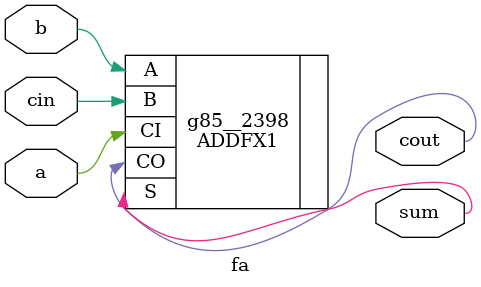
<source format=v>


// Verification Directory fv/fa

module fa(sum, cout, a, b, cin);
  input a, b, cin;
  output sum, cout;
  wire a, b, cin;
  wire sum, cout;
  ADDFX1 g85__2398(.A (b), .B (cin), .CI (a), .CO (cout), .S (sum));
endmodule


</source>
